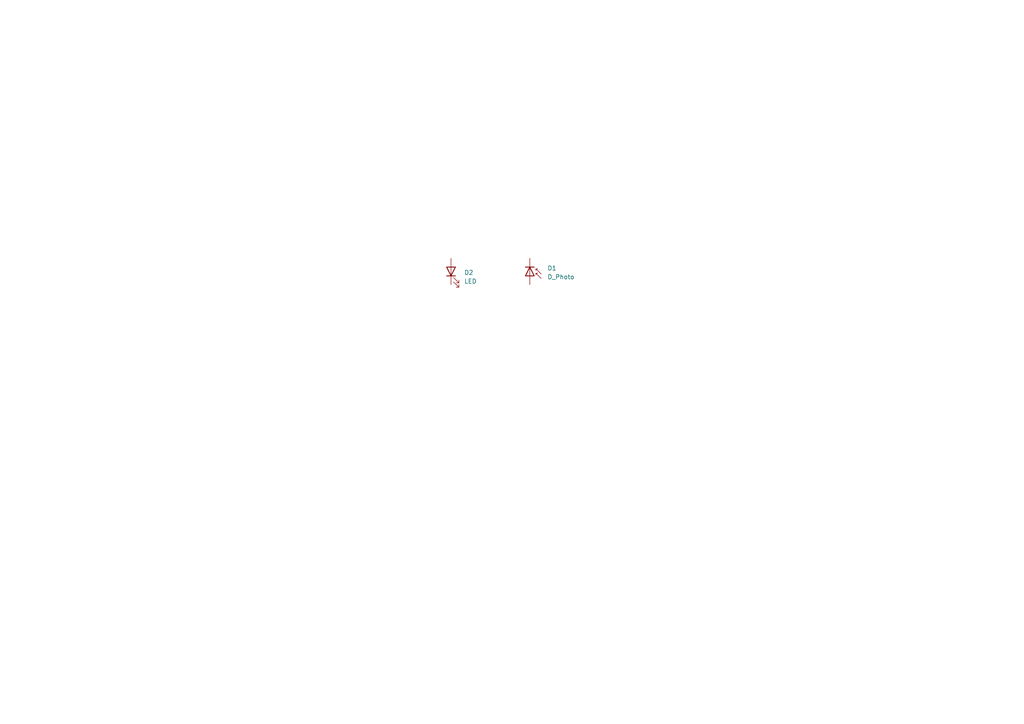
<source format=kicad_sch>
(kicad_sch (version 20230121) (generator eeschema)

  (uuid 276e9270-1ac9-4e3f-b1d9-0cbd51ddd27f)

  (paper "A4")

  (title_block
    (rev "0.1")
    (company "Németh Péter Bence")
    (comment 1 "Kandó Kálmán Villamosmérnöki Kar")
    (comment 2 "Óbudai Egyetem")
  )

  (lib_symbols
    (symbol "Device:D_Photo" (pin_numbers hide) (pin_names hide) (in_bom yes) (on_board yes)
      (property "Reference" "D" (at 0.508 1.778 0)
        (effects (font (size 1.27 1.27)) (justify left))
      )
      (property "Value" "D_Photo" (at -1.016 -2.794 0)
        (effects (font (size 1.27 1.27)))
      )
      (property "Footprint" "" (at -1.27 0 0)
        (effects (font (size 1.27 1.27)) hide)
      )
      (property "Datasheet" "~" (at -1.27 0 0)
        (effects (font (size 1.27 1.27)) hide)
      )
      (property "ki_keywords" "photodiode diode opto" (at 0 0 0)
        (effects (font (size 1.27 1.27)) hide)
      )
      (property "ki_description" "Photodiode" (at 0 0 0)
        (effects (font (size 1.27 1.27)) hide)
      )
      (symbol "D_Photo_0_1"
        (polyline
          (pts
            (xy -2.54 1.27)
            (xy -2.54 -1.27)
          )
          (stroke (width 0.254) (type default))
          (fill (type none))
        )
        (polyline
          (pts
            (xy -2.032 1.778)
            (xy -1.524 1.778)
          )
          (stroke (width 0) (type default))
          (fill (type none))
        )
        (polyline
          (pts
            (xy 0 0)
            (xy -2.54 0)
          )
          (stroke (width 0) (type default))
          (fill (type none))
        )
        (polyline
          (pts
            (xy -0.508 3.302)
            (xy -2.032 1.778)
            (xy -2.032 2.286)
          )
          (stroke (width 0) (type default))
          (fill (type none))
        )
        (polyline
          (pts
            (xy 0 -1.27)
            (xy 0 1.27)
            (xy -2.54 0)
            (xy 0 -1.27)
          )
          (stroke (width 0.254) (type default))
          (fill (type none))
        )
        (polyline
          (pts
            (xy 0.762 3.302)
            (xy -0.762 1.778)
            (xy -0.762 2.286)
            (xy -0.762 1.778)
            (xy -0.254 1.778)
          )
          (stroke (width 0) (type default))
          (fill (type none))
        )
      )
      (symbol "D_Photo_1_1"
        (pin passive line (at -5.08 0 0) (length 2.54)
          (name "K" (effects (font (size 1.27 1.27))))
          (number "1" (effects (font (size 1.27 1.27))))
        )
        (pin passive line (at 2.54 0 180) (length 2.54)
          (name "A" (effects (font (size 1.27 1.27))))
          (number "2" (effects (font (size 1.27 1.27))))
        )
      )
    )
    (symbol "Device:LED" (pin_numbers hide) (pin_names (offset 1.016) hide) (in_bom yes) (on_board yes)
      (property "Reference" "D" (at 0 2.54 0)
        (effects (font (size 1.27 1.27)))
      )
      (property "Value" "LED" (at 0 -2.54 0)
        (effects (font (size 1.27 1.27)))
      )
      (property "Footprint" "" (at 0 0 0)
        (effects (font (size 1.27 1.27)) hide)
      )
      (property "Datasheet" "~" (at 0 0 0)
        (effects (font (size 1.27 1.27)) hide)
      )
      (property "ki_keywords" "LED diode" (at 0 0 0)
        (effects (font (size 1.27 1.27)) hide)
      )
      (property "ki_description" "Light emitting diode" (at 0 0 0)
        (effects (font (size 1.27 1.27)) hide)
      )
      (property "ki_fp_filters" "LED* LED_SMD:* LED_THT:*" (at 0 0 0)
        (effects (font (size 1.27 1.27)) hide)
      )
      (symbol "LED_0_1"
        (polyline
          (pts
            (xy -1.27 -1.27)
            (xy -1.27 1.27)
          )
          (stroke (width 0.254) (type default))
          (fill (type none))
        )
        (polyline
          (pts
            (xy -1.27 0)
            (xy 1.27 0)
          )
          (stroke (width 0) (type default))
          (fill (type none))
        )
        (polyline
          (pts
            (xy 1.27 -1.27)
            (xy 1.27 1.27)
            (xy -1.27 0)
            (xy 1.27 -1.27)
          )
          (stroke (width 0.254) (type default))
          (fill (type none))
        )
        (polyline
          (pts
            (xy -3.048 -0.762)
            (xy -4.572 -2.286)
            (xy -3.81 -2.286)
            (xy -4.572 -2.286)
            (xy -4.572 -1.524)
          )
          (stroke (width 0) (type default))
          (fill (type none))
        )
        (polyline
          (pts
            (xy -1.778 -0.762)
            (xy -3.302 -2.286)
            (xy -2.54 -2.286)
            (xy -3.302 -2.286)
            (xy -3.302 -1.524)
          )
          (stroke (width 0) (type default))
          (fill (type none))
        )
      )
      (symbol "LED_1_1"
        (pin passive line (at -3.81 0 0) (length 2.54)
          (name "K" (effects (font (size 1.27 1.27))))
          (number "1" (effects (font (size 1.27 1.27))))
        )
        (pin passive line (at 3.81 0 180) (length 2.54)
          (name "A" (effects (font (size 1.27 1.27))))
          (number "2" (effects (font (size 1.27 1.27))))
        )
      )
    )
  )


  (symbol (lib_id "Device:LED") (at 130.81 78.74 90) (unit 1)
    (in_bom yes) (on_board yes) (dnp no) (fields_autoplaced)
    (uuid 068e9cc7-536a-40bb-a347-2562c48fc936)
    (property "Reference" "D2" (at 134.62 79.0575 90)
      (effects (font (size 1.27 1.27)) (justify right))
    )
    (property "Value" "LED" (at 134.62 81.5975 90)
      (effects (font (size 1.27 1.27)) (justify right))
    )
    (property "Footprint" "" (at 130.81 78.74 0)
      (effects (font (size 1.27 1.27)) hide)
    )
    (property "Datasheet" "~" (at 130.81 78.74 0)
      (effects (font (size 1.27 1.27)) hide)
    )
    (pin "2" (uuid 91a3213f-1162-4f78-ba3f-caa3cae685e1))
    (pin "1" (uuid b93e61a1-1dbd-43e6-986f-6793b6230b75))
    (instances
      (project "NB_IoT_Wheather"
        (path "/b43fc418-fc2e-45fe-88c6-05be9d7ccc47/bce6a592-d72f-4685-abeb-5de1773fe9db"
          (reference "D2") (unit 1)
        )
      )
    )
  )

  (symbol (lib_id "Device:D_Photo") (at 153.67 80.01 270) (unit 1)
    (in_bom yes) (on_board yes) (dnp no) (fields_autoplaced)
    (uuid 9474b2cd-d6e6-464a-8b8a-9c725d8ab2d0)
    (property "Reference" "D1" (at 158.75 77.7875 90)
      (effects (font (size 1.27 1.27)) (justify left))
    )
    (property "Value" "D_Photo" (at 158.75 80.3275 90)
      (effects (font (size 1.27 1.27)) (justify left))
    )
    (property "Footprint" "" (at 153.67 78.74 0)
      (effects (font (size 1.27 1.27)) hide)
    )
    (property "Datasheet" "~" (at 153.67 78.74 0)
      (effects (font (size 1.27 1.27)) hide)
    )
    (pin "1" (uuid f62ff8a0-c94d-4164-b4ff-ae05e422750a))
    (pin "2" (uuid 43618234-88ab-490f-aa5b-ff9a92dfc709))
    (instances
      (project "NB_IoT_Wheather"
        (path "/b43fc418-fc2e-45fe-88c6-05be9d7ccc47/bce6a592-d72f-4685-abeb-5de1773fe9db"
          (reference "D1") (unit 1)
        )
      )
    )
  )
)

</source>
